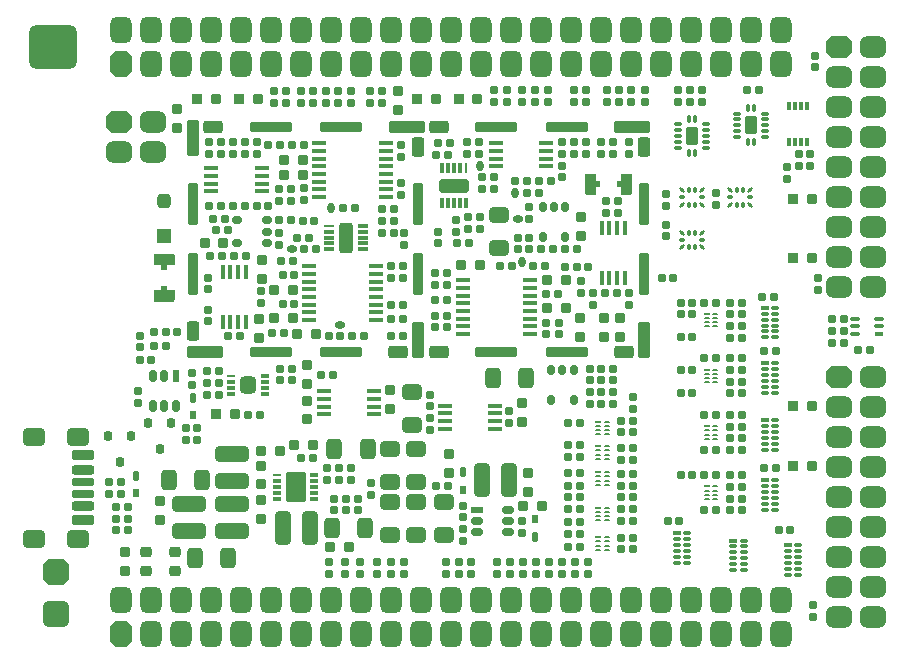
<source format=gbr>
%TF.GenerationSoftware,Altium Limited,Altium Designer,22.7.1 (60)*%
G04 Layer_Color=8388736*
%FSLAX45Y45*%
%MOMM*%
%TF.SameCoordinates,89C5C705-8D76-4DBF-8A4D-424F25D0343C*%
%TF.FilePolarity,Negative*%
%TF.FileFunction,Soldermask,Top*%
%TF.Part,Single*%
G01*
G75*
%TA.AperFunction,ComponentPad*%
G04:AMPARAMS|DCode=134|XSize=1.78mm|YSize=2.18mm|CornerRadius=0mm|HoleSize=0mm|Usage=FLASHONLY|Rotation=270.000|XOffset=0mm|YOffset=0mm|HoleType=Round|Shape=Octagon|*
%AMOCTAGOND134*
4,1,8,1.09000,0.44500,1.09000,-0.44500,0.64500,-0.89000,-0.64500,-0.89000,-1.09000,-0.44500,-1.09000,0.44500,-0.64500,0.89000,0.64500,0.89000,1.09000,0.44500,0.0*
%
%ADD134OCTAGOND134*%

G04:AMPARAMS|DCode=135|XSize=1.78mm|YSize=2.18mm|CornerRadius=0.465mm|HoleSize=0mm|Usage=FLASHONLY|Rotation=270.000|XOffset=0mm|YOffset=0mm|HoleType=Round|Shape=RoundedRectangle|*
%AMROUNDEDRECTD135*
21,1,1.78000,1.25001,0,0,270.0*
21,1,0.85000,2.18000,0,0,270.0*
1,1,0.93000,-0.62500,-0.42500*
1,1,0.93000,-0.62500,0.42500*
1,1,0.93000,0.62500,0.42500*
1,1,0.93000,0.62500,-0.42500*
%
%ADD135ROUNDEDRECTD135*%
G04:AMPARAMS|DCode=136|XSize=1.78mm|YSize=2.18mm|CornerRadius=0mm|HoleSize=0mm|Usage=FLASHONLY|Rotation=0.000|XOffset=0mm|YOffset=0mm|HoleType=Round|Shape=Octagon|*
%AMOCTAGOND136*
4,1,8,-0.44500,1.09000,0.44500,1.09000,0.89000,0.64500,0.89000,-0.64500,0.44500,-1.09000,-0.44500,-1.09000,-0.89000,-0.64500,-0.89000,0.64500,-0.44500,1.09000,0.0*
%
%ADD136OCTAGOND136*%

G04:AMPARAMS|DCode=137|XSize=1.78mm|YSize=2.18mm|CornerRadius=0.465mm|HoleSize=0mm|Usage=FLASHONLY|Rotation=0.000|XOffset=0mm|YOffset=0mm|HoleType=Round|Shape=RoundedRectangle|*
%AMROUNDEDRECTD137*
21,1,1.78000,1.25001,0,0,0.0*
21,1,0.85000,2.18000,0,0,0.0*
1,1,0.93000,0.42500,-0.62500*
1,1,0.93000,-0.42500,-0.62500*
1,1,0.93000,-0.42500,0.62500*
1,1,0.93000,0.42500,0.62500*
%
%ADD137ROUNDEDRECTD137*%
G04:AMPARAMS|DCode=138|XSize=1.88mm|YSize=1.53mm|CornerRadius=0.4025mm|HoleSize=0mm|Usage=FLASHONLY|Rotation=180.000|XOffset=0mm|YOffset=0mm|HoleType=Round|Shape=RoundedRectangle|*
%AMROUNDEDRECTD138*
21,1,1.88000,0.72500,0,0,180.0*
21,1,1.07500,1.53000,0,0,180.0*
1,1,0.80500,-0.53750,0.36250*
1,1,0.80500,0.53750,0.36250*
1,1,0.80500,0.53750,-0.36250*
1,1,0.80500,-0.53750,-0.36250*
%
%ADD138ROUNDEDRECTD138*%
G04:AMPARAMS|DCode=139|XSize=4.08mm|YSize=3.68mm|CornerRadius=0.58mm|HoleSize=0mm|Usage=FLASHONLY|Rotation=0.000|XOffset=0mm|YOffset=0mm|HoleType=Round|Shape=RoundedRectangle|*
%AMROUNDEDRECTD139*
21,1,4.08000,2.52000,0,0,0.0*
21,1,2.92000,3.68000,0,0,0.0*
1,1,1.16000,1.46000,-1.26000*
1,1,1.16000,-1.46000,-1.26000*
1,1,1.16000,-1.46000,1.26000*
1,1,1.16000,1.46000,1.26000*
%
%ADD139ROUNDEDRECTD139*%
G04:AMPARAMS|DCode=140|XSize=2.28mm|YSize=2.28mm|CornerRadius=0mm|HoleSize=0mm|Usage=FLASHONLY|Rotation=270.000|XOffset=0mm|YOffset=0mm|HoleType=Round|Shape=Octagon|*
%AMOCTAGOND140*
4,1,8,-0.57000,-1.14000,0.57000,-1.14000,1.14000,-0.57000,1.14000,0.57000,0.57000,1.14000,-0.57000,1.14000,-1.14000,0.57000,-1.14000,-0.57000,-0.57000,-1.14000,0.0*
%
%ADD140OCTAGOND140*%

G04:AMPARAMS|DCode=141|XSize=2.28mm|YSize=2.28mm|CornerRadius=0.59mm|HoleSize=0mm|Usage=FLASHONLY|Rotation=270.000|XOffset=0mm|YOffset=0mm|HoleType=Round|Shape=RoundedRectangle|*
%AMROUNDEDRECTD141*
21,1,2.28000,1.10000,0,0,270.0*
21,1,1.10000,2.28000,0,0,270.0*
1,1,1.18000,-0.55000,-0.55000*
1,1,1.18000,-0.55000,0.55000*
1,1,1.18000,0.55000,0.55000*
1,1,1.18000,0.55000,-0.55000*
%
%ADD141ROUNDEDRECTD141*%
%TA.AperFunction,SMDPad,CuDef*%
%ADD610R,0.66000X0.30000*%
G04:AMPARAMS|DCode=611|XSize=0.3mm|YSize=0.66mm|CornerRadius=0.095mm|HoleSize=0mm|Usage=FLASHONLY|Rotation=90.000|XOffset=0mm|YOffset=0mm|HoleType=Round|Shape=RoundedRectangle|*
%AMROUNDEDRECTD611*
21,1,0.30000,0.47000,0,0,90.0*
21,1,0.11000,0.66000,0,0,90.0*
1,1,0.19000,0.23500,0.05500*
1,1,0.19000,0.23500,-0.05500*
1,1,0.19000,-0.23500,-0.05500*
1,1,0.19000,-0.23500,0.05500*
%
%ADD611ROUNDEDRECTD611*%
G04:AMPARAMS|DCode=612|XSize=0.6mm|YSize=0.28mm|CornerRadius=0mm|HoleSize=0mm|Usage=FLASHONLY|Rotation=135.000|XOffset=0mm|YOffset=0mm|HoleType=Round|Shape=Round|*
%AMOVALD612*
21,1,0.32000,0.28000,0.00000,0.00000,135.0*
1,1,0.28000,0.11314,-0.11314*
1,1,0.28000,-0.11314,0.11314*
%
%ADD612OVALD612*%

%ADD613O,0.28000X0.51000*%
G04:AMPARAMS|DCode=614|XSize=0.6mm|YSize=0.28mm|CornerRadius=0mm|HoleSize=0mm|Usage=FLASHONLY|Rotation=45.000|XOffset=0mm|YOffset=0mm|HoleType=Round|Shape=Round|*
%AMOVALD614*
21,1,0.32000,0.28000,0.00000,0.00000,45.0*
1,1,0.28000,-0.11314,-0.11314*
1,1,0.28000,0.11314,0.11314*
%
%ADD614OVALD614*%

%ADD615O,0.51000X0.28000*%
G04:AMPARAMS|DCode=616|XSize=0.63mm|YSize=0.88mm|CornerRadius=0.1775mm|HoleSize=0mm|Usage=FLASHONLY|Rotation=0.000|XOffset=0mm|YOffset=0mm|HoleType=Round|Shape=RoundedRectangle|*
%AMROUNDEDRECTD616*
21,1,0.63000,0.52500,0,0,0.0*
21,1,0.27500,0.88000,0,0,0.0*
1,1,0.35500,0.13750,-0.26250*
1,1,0.35500,-0.13750,-0.26250*
1,1,0.35500,-0.13750,0.26250*
1,1,0.35500,0.13750,0.26250*
%
%ADD616ROUNDEDRECTD616*%
G04:AMPARAMS|DCode=617|XSize=0.29mm|YSize=0.73mm|CornerRadius=0.0875mm|HoleSize=0mm|Usage=FLASHONLY|Rotation=90.000|XOffset=0mm|YOffset=0mm|HoleType=Round|Shape=RoundedRectangle|*
%AMROUNDEDRECTD617*
21,1,0.29000,0.55500,0,0,90.0*
21,1,0.11500,0.73000,0,0,90.0*
1,1,0.17500,0.27750,0.05750*
1,1,0.17500,0.27750,-0.05750*
1,1,0.17500,-0.27750,-0.05750*
1,1,0.17500,-0.27750,0.05750*
%
%ADD617ROUNDEDRECTD617*%
G04:AMPARAMS|DCode=618|XSize=0.29mm|YSize=0.73mm|CornerRadius=0.0875mm|HoleSize=0mm|Usage=FLASHONLY|Rotation=0.000|XOffset=0mm|YOffset=0mm|HoleType=Round|Shape=RoundedRectangle|*
%AMROUNDEDRECTD618*
21,1,0.29000,0.55500,0,0,0.0*
21,1,0.11500,0.73000,0,0,0.0*
1,1,0.17500,0.05750,-0.27750*
1,1,0.17500,-0.05750,-0.27750*
1,1,0.17500,-0.05750,0.27750*
1,1,0.17500,0.05750,0.27750*
%
%ADD618ROUNDEDRECTD618*%
G04:AMPARAMS|DCode=619|XSize=1.06mm|YSize=1.56mm|CornerRadius=0.28mm|HoleSize=0mm|Usage=FLASHONLY|Rotation=0.000|XOffset=0mm|YOffset=0mm|HoleType=Round|Shape=RoundedRectangle|*
%AMROUNDEDRECTD619*
21,1,1.06000,1.00000,0,0,0.0*
21,1,0.50000,1.56000,0,0,0.0*
1,1,0.56000,0.25000,-0.50000*
1,1,0.56000,-0.25000,-0.50000*
1,1,0.56000,-0.25000,0.50000*
1,1,0.56000,0.25000,0.50000*
%
%ADD619ROUNDEDRECTD619*%
G04:AMPARAMS|DCode=620|XSize=0.19mm|YSize=0.49mm|CornerRadius=0.0425mm|HoleSize=0mm|Usage=FLASHONLY|Rotation=90.000|XOffset=0mm|YOffset=0mm|HoleType=Round|Shape=RoundedRectangle|*
%AMROUNDEDRECTD620*
21,1,0.19000,0.40500,0,0,90.0*
21,1,0.10500,0.49000,0,0,90.0*
1,1,0.08500,0.20250,0.05250*
1,1,0.08500,0.20250,-0.05250*
1,1,0.08500,-0.20250,-0.05250*
1,1,0.08500,-0.20250,0.05250*
%
%ADD620ROUNDEDRECTD620*%
%ADD621R,0.49000X0.19000*%
G04:AMPARAMS|DCode=622|XSize=0.29mm|YSize=0.76mm|CornerRadius=0.0875mm|HoleSize=0mm|Usage=FLASHONLY|Rotation=90.000|XOffset=0mm|YOffset=0mm|HoleType=Round|Shape=RoundedRectangle|*
%AMROUNDEDRECTD622*
21,1,0.29000,0.58500,0,0,90.0*
21,1,0.11500,0.76000,0,0,90.0*
1,1,0.17500,0.29250,0.05750*
1,1,0.17500,0.29250,-0.05750*
1,1,0.17500,-0.29250,-0.05750*
1,1,0.17500,-0.29250,0.05750*
%
%ADD622ROUNDEDRECTD622*%
G04:AMPARAMS|DCode=623|XSize=2.56mm|YSize=1.71mm|CornerRadius=0.195mm|HoleSize=0mm|Usage=FLASHONLY|Rotation=90.000|XOffset=0mm|YOffset=0mm|HoleType=Round|Shape=RoundedRectangle|*
%AMROUNDEDRECTD623*
21,1,2.56000,1.32000,0,0,90.0*
21,1,2.17000,1.71000,0,0,90.0*
1,1,0.39000,0.66000,1.08500*
1,1,0.39000,0.66000,-1.08500*
1,1,0.39000,-0.66000,-1.08500*
1,1,0.39000,-0.66000,1.08500*
%
%ADD623ROUNDEDRECTD623*%
%ADD624R,0.76000X0.29000*%
G04:AMPARAMS|DCode=625|XSize=0.41mm|YSize=1.21mm|CornerRadius=0.1175mm|HoleSize=0mm|Usage=FLASHONLY|Rotation=90.000|XOffset=0mm|YOffset=0mm|HoleType=Round|Shape=RoundedRectangle|*
%AMROUNDEDRECTD625*
21,1,0.41000,0.97500,0,0,90.0*
21,1,0.17500,1.21000,0,0,90.0*
1,1,0.23500,0.48750,0.08750*
1,1,0.23500,0.48750,-0.08750*
1,1,0.23500,-0.48750,-0.08750*
1,1,0.23500,-0.48750,0.08750*
%
%ADD625ROUNDEDRECTD625*%
%ADD626R,1.21000X0.41000*%
%ADD627R,0.98000X0.63000*%
G04:AMPARAMS|DCode=628|XSize=0.63mm|YSize=0.98mm|CornerRadius=0.1775mm|HoleSize=0mm|Usage=FLASHONLY|Rotation=90.000|XOffset=0mm|YOffset=0mm|HoleType=Round|Shape=RoundedRectangle|*
%AMROUNDEDRECTD628*
21,1,0.63000,0.62500,0,0,90.0*
21,1,0.27500,0.98000,0,0,90.0*
1,1,0.35500,0.31250,0.13750*
1,1,0.35500,0.31250,-0.13750*
1,1,0.35500,-0.31250,-0.13750*
1,1,0.35500,-0.31250,0.13750*
%
%ADD628ROUNDEDRECTD628*%
%ADD629R,0.63000X0.98000*%
G04:AMPARAMS|DCode=630|XSize=0.63mm|YSize=0.98mm|CornerRadius=0.1775mm|HoleSize=0mm|Usage=FLASHONLY|Rotation=0.000|XOffset=0mm|YOffset=0mm|HoleType=Round|Shape=RoundedRectangle|*
%AMROUNDEDRECTD630*
21,1,0.63000,0.62500,0,0,0.0*
21,1,0.27500,0.98000,0,0,0.0*
1,1,0.35500,0.13750,-0.31250*
1,1,0.35500,-0.13750,-0.31250*
1,1,0.35500,-0.13750,0.31250*
1,1,0.35500,0.13750,0.31250*
%
%ADD630ROUNDEDRECTD630*%
G04:AMPARAMS|DCode=631|XSize=1.46mm|YSize=1.36mm|CornerRadius=0.355mm|HoleSize=0mm|Usage=FLASHONLY|Rotation=90.000|XOffset=0mm|YOffset=0mm|HoleType=Round|Shape=RoundedRectangle|*
%AMROUNDEDRECTD631*
21,1,1.46000,0.65000,0,0,90.0*
21,1,0.75000,1.36000,0,0,90.0*
1,1,0.71000,0.32500,0.37500*
1,1,0.71000,0.32500,-0.37500*
1,1,0.71000,-0.32500,-0.37500*
1,1,0.71000,-0.32500,0.37500*
%
%ADD631ROUNDEDRECTD631*%
G04:AMPARAMS|DCode=632|XSize=0.41mm|YSize=0.78mm|CornerRadius=0.1225mm|HoleSize=0mm|Usage=FLASHONLY|Rotation=270.000|XOffset=0mm|YOffset=0mm|HoleType=Round|Shape=RoundedRectangle|*
%AMROUNDEDRECTD632*
21,1,0.41000,0.53500,0,0,270.0*
21,1,0.16500,0.78000,0,0,270.0*
1,1,0.24500,-0.26750,-0.08250*
1,1,0.24500,-0.26750,0.08250*
1,1,0.24500,0.26750,0.08250*
1,1,0.24500,0.26750,-0.08250*
%
%ADD632ROUNDEDRECTD632*%
%ADD633R,0.78000X0.41000*%
%ADD634R,0.30000X0.75000*%
G04:AMPARAMS|DCode=635|XSize=0.3mm|YSize=0.75mm|CornerRadius=0.0875mm|HoleSize=0mm|Usage=FLASHONLY|Rotation=0.000|XOffset=0mm|YOffset=0mm|HoleType=Round|Shape=RoundedRectangle|*
%AMROUNDEDRECTD635*
21,1,0.30000,0.57500,0,0,0.0*
21,1,0.12500,0.75000,0,0,0.0*
1,1,0.17500,0.06250,-0.28750*
1,1,0.17500,-0.06250,-0.28750*
1,1,0.17500,-0.06250,0.28750*
1,1,0.17500,0.06250,0.28750*
%
%ADD635ROUNDEDRECTD635*%
G04:AMPARAMS|DCode=636|XSize=0.63mm|YSize=0.88mm|CornerRadius=0.1775mm|HoleSize=0mm|Usage=FLASHONLY|Rotation=270.000|XOffset=0mm|YOffset=0mm|HoleType=Round|Shape=RoundedRectangle|*
%AMROUNDEDRECTD636*
21,1,0.63000,0.52500,0,0,270.0*
21,1,0.27500,0.88000,0,0,270.0*
1,1,0.35500,-0.26250,-0.13750*
1,1,0.35500,-0.26250,0.13750*
1,1,0.35500,0.26250,0.13750*
1,1,0.35500,0.26250,-0.13750*
%
%ADD636ROUNDEDRECTD636*%
G04:AMPARAMS|DCode=637|XSize=0.41mm|YSize=1.26mm|CornerRadius=0.1175mm|HoleSize=0mm|Usage=FLASHONLY|Rotation=90.000|XOffset=0mm|YOffset=0mm|HoleType=Round|Shape=RoundedRectangle|*
%AMROUNDEDRECTD637*
21,1,0.41000,1.02500,0,0,90.0*
21,1,0.17500,1.26000,0,0,90.0*
1,1,0.23500,0.51250,0.08750*
1,1,0.23500,0.51250,-0.08750*
1,1,0.23500,-0.51250,-0.08750*
1,1,0.23500,-0.51250,0.08750*
%
%ADD637ROUNDEDRECTD637*%
%ADD638R,1.26000X0.41000*%
%ADD639R,0.91000X0.29000*%
G04:AMPARAMS|DCode=640|XSize=0.29mm|YSize=0.91mm|CornerRadius=0.0875mm|HoleSize=0mm|Usage=FLASHONLY|Rotation=90.000|XOffset=0mm|YOffset=0mm|HoleType=Round|Shape=RoundedRectangle|*
%AMROUNDEDRECTD640*
21,1,0.29000,0.73500,0,0,90.0*
21,1,0.11500,0.91000,0,0,90.0*
1,1,0.17500,0.36750,0.05750*
1,1,0.17500,0.36750,-0.05750*
1,1,0.17500,-0.36750,-0.05750*
1,1,0.17500,-0.36750,0.05750*
%
%ADD640ROUNDEDRECTD640*%
G04:AMPARAMS|DCode=641|XSize=2.61mm|YSize=1.16mm|CornerRadius=0.305mm|HoleSize=0mm|Usage=FLASHONLY|Rotation=90.000|XOffset=0mm|YOffset=0mm|HoleType=Round|Shape=RoundedRectangle|*
%AMROUNDEDRECTD641*
21,1,2.61000,0.55000,0,0,90.0*
21,1,2.00000,1.16000,0,0,90.0*
1,1,0.61000,0.27500,1.00000*
1,1,0.61000,0.27500,-1.00000*
1,1,0.61000,-0.27500,-1.00000*
1,1,0.61000,-0.27500,1.00000*
%
%ADD641ROUNDEDRECTD641*%
G04:AMPARAMS|DCode=642|XSize=0.41mm|YSize=1.21mm|CornerRadius=0.1175mm|HoleSize=0mm|Usage=FLASHONLY|Rotation=180.000|XOffset=0mm|YOffset=0mm|HoleType=Round|Shape=RoundedRectangle|*
%AMROUNDEDRECTD642*
21,1,0.41000,0.97500,0,0,180.0*
21,1,0.17500,1.21000,0,0,180.0*
1,1,0.23500,-0.08750,0.48750*
1,1,0.23500,0.08750,0.48750*
1,1,0.23500,0.08750,-0.48750*
1,1,0.23500,-0.08750,-0.48750*
%
%ADD642ROUNDEDRECTD642*%
%ADD643R,0.41000X1.21000*%
%ADD644R,0.29000X0.91000*%
G04:AMPARAMS|DCode=645|XSize=0.29mm|YSize=0.91mm|CornerRadius=0.0875mm|HoleSize=0mm|Usage=FLASHONLY|Rotation=0.000|XOffset=0mm|YOffset=0mm|HoleType=Round|Shape=RoundedRectangle|*
%AMROUNDEDRECTD645*
21,1,0.29000,0.73500,0,0,0.0*
21,1,0.11500,0.91000,0,0,0.0*
1,1,0.17500,0.05750,-0.36750*
1,1,0.17500,-0.05750,-0.36750*
1,1,0.17500,-0.05750,0.36750*
1,1,0.17500,0.05750,0.36750*
%
%ADD645ROUNDEDRECTD645*%
G04:AMPARAMS|DCode=646|XSize=2.61mm|YSize=1.16mm|CornerRadius=0.305mm|HoleSize=0mm|Usage=FLASHONLY|Rotation=0.000|XOffset=0mm|YOffset=0mm|HoleType=Round|Shape=RoundedRectangle|*
%AMROUNDEDRECTD646*
21,1,2.61000,0.55000,0,0,0.0*
21,1,2.00000,1.16000,0,0,0.0*
1,1,0.61000,1.00000,-0.27500*
1,1,0.61000,-1.00000,-0.27500*
1,1,0.61000,-1.00000,0.27500*
1,1,0.61000,1.00000,0.27500*
%
%ADD646ROUNDEDRECTD646*%
%ADD647O,0.88000X0.68000*%
%ADD648O,0.68000X0.88000*%
G04:AMPARAMS|DCode=649|XSize=0.68mm|YSize=0.78mm|CornerRadius=0.19mm|HoleSize=0mm|Usage=FLASHONLY|Rotation=0.000|XOffset=0mm|YOffset=0mm|HoleType=Round|Shape=RoundedRectangle|*
%AMROUNDEDRECTD649*
21,1,0.68000,0.40000,0,0,0.0*
21,1,0.30000,0.78000,0,0,0.0*
1,1,0.38000,0.15000,-0.20000*
1,1,0.38000,-0.15000,-0.20000*
1,1,0.38000,-0.15000,0.20000*
1,1,0.38000,0.15000,0.20000*
%
%ADD649ROUNDEDRECTD649*%
G04:AMPARAMS|DCode=650|XSize=0.68mm|YSize=0.68mm|CornerRadius=0.19mm|HoleSize=0mm|Usage=FLASHONLY|Rotation=270.000|XOffset=0mm|YOffset=0mm|HoleType=Round|Shape=RoundedRectangle|*
%AMROUNDEDRECTD650*
21,1,0.68000,0.30000,0,0,270.0*
21,1,0.30000,0.68000,0,0,270.0*
1,1,0.38000,-0.15000,-0.15000*
1,1,0.38000,-0.15000,0.15000*
1,1,0.38000,0.15000,0.15000*
1,1,0.38000,0.15000,-0.15000*
%
%ADD650ROUNDEDRECTD650*%
G04:AMPARAMS|DCode=651|XSize=0.68mm|YSize=0.68mm|CornerRadius=0.19mm|HoleSize=0mm|Usage=FLASHONLY|Rotation=0.000|XOffset=0mm|YOffset=0mm|HoleType=Round|Shape=RoundedRectangle|*
%AMROUNDEDRECTD651*
21,1,0.68000,0.30000,0,0,0.0*
21,1,0.30000,0.68000,0,0,0.0*
1,1,0.38000,0.15000,-0.15000*
1,1,0.38000,-0.15000,-0.15000*
1,1,0.38000,-0.15000,0.15000*
1,1,0.38000,0.15000,0.15000*
%
%ADD651ROUNDEDRECTD651*%
%ADD652R,0.54000X1.00000*%
%ADD653O,1.78000X0.38000*%
%ADD654R,1.00000X0.54000*%
%ADD655O,0.38000X1.78000*%
G04:AMPARAMS|DCode=656|XSize=1.88mm|YSize=0.71mm|CornerRadius=0.1975mm|HoleSize=0mm|Usage=FLASHONLY|Rotation=180.000|XOffset=0mm|YOffset=0mm|HoleType=Round|Shape=RoundedRectangle|*
%AMROUNDEDRECTD656*
21,1,1.88000,0.31500,0,0,180.0*
21,1,1.48500,0.71000,0,0,180.0*
1,1,0.39500,-0.74250,0.15750*
1,1,0.39500,0.74250,0.15750*
1,1,0.39500,0.74250,-0.15750*
1,1,0.39500,-0.74250,-0.15750*
%
%ADD656ROUNDEDRECTD656*%
G04:AMPARAMS|DCode=657|XSize=1.88mm|YSize=0.8mm|CornerRadius=0.22mm|HoleSize=0mm|Usage=FLASHONLY|Rotation=180.000|XOffset=0mm|YOffset=0mm|HoleType=Round|Shape=RoundedRectangle|*
%AMROUNDEDRECTD657*
21,1,1.88000,0.36000,0,0,180.0*
21,1,1.44000,0.80000,0,0,180.0*
1,1,0.44000,-0.72000,0.18000*
1,1,0.44000,0.72000,0.18000*
1,1,0.44000,0.72000,-0.18000*
1,1,0.44000,-0.72000,-0.18000*
%
%ADD657ROUNDEDRECTD657*%
G04:AMPARAMS|DCode=658|XSize=1.88mm|YSize=0.88mm|CornerRadius=0.24mm|HoleSize=0mm|Usage=FLASHONLY|Rotation=180.000|XOffset=0mm|YOffset=0mm|HoleType=Round|Shape=RoundedRectangle|*
%AMROUNDEDRECTD658*
21,1,1.88000,0.40000,0,0,180.0*
21,1,1.40000,0.88000,0,0,180.0*
1,1,0.48000,-0.70000,0.20000*
1,1,0.48000,0.70000,0.20000*
1,1,0.48000,0.70000,-0.20000*
1,1,0.48000,-0.70000,-0.20000*
%
%ADD658ROUNDEDRECTD658*%
G04:AMPARAMS|DCode=659|XSize=3.08mm|YSize=1.08mm|CornerRadius=0.29mm|HoleSize=0mm|Usage=FLASHONLY|Rotation=90.000|XOffset=0mm|YOffset=0mm|HoleType=Round|Shape=RoundedRectangle|*
%AMROUNDEDRECTD659*
21,1,3.08000,0.50000,0,0,90.0*
21,1,2.50000,1.08000,0,0,90.0*
1,1,0.58000,0.25000,1.25000*
1,1,0.58000,0.25000,-1.25000*
1,1,0.58000,-0.25000,-1.25000*
1,1,0.58000,-0.25000,1.25000*
%
%ADD659ROUNDEDRECTD659*%
%TA.AperFunction,SMDPad,SMDef*%
G04:AMPARAMS|DCode=660|XSize=3.6mm|YSize=0.8mm|CornerRadius=0.15mm|HoleSize=0mm|Usage=FLASHONLY|Rotation=90.000|XOffset=0mm|YOffset=0mm|HoleType=Round|Shape=RoundedRectangle|*
%AMROUNDEDRECTD660*
21,1,3.60000,0.50000,0,0,90.0*
21,1,3.30000,0.80000,0,0,90.0*
1,1,0.30000,0.25000,1.65000*
1,1,0.30000,0.25000,-1.65000*
1,1,0.30000,-0.25000,-1.65000*
1,1,0.30000,-0.25000,1.65000*
%
%ADD660ROUNDEDRECTD660*%
%TA.AperFunction,SMDPad,CuDef*%
G04:AMPARAMS|DCode=661|XSize=1.68mm|YSize=1.08mm|CornerRadius=0.29mm|HoleSize=0mm|Usage=FLASHONLY|Rotation=180.000|XOffset=0mm|YOffset=0mm|HoleType=Round|Shape=RoundedRectangle|*
%AMROUNDEDRECTD661*
21,1,1.68000,0.50000,0,0,180.0*
21,1,1.10000,1.08000,0,0,180.0*
1,1,0.58000,-0.55000,0.25000*
1,1,0.58000,0.55000,0.25000*
1,1,0.58000,0.55000,-0.25000*
1,1,0.58000,-0.55000,-0.25000*
%
%ADD661ROUNDEDRECTD661*%
G04:AMPARAMS|DCode=662|XSize=3.08mm|YSize=1.08mm|CornerRadius=0.29mm|HoleSize=0mm|Usage=FLASHONLY|Rotation=0.000|XOffset=0mm|YOffset=0mm|HoleType=Round|Shape=RoundedRectangle|*
%AMROUNDEDRECTD662*
21,1,3.08000,0.50000,0,0,0.0*
21,1,2.50000,1.08000,0,0,0.0*
1,1,0.58000,1.25000,-0.25000*
1,1,0.58000,-1.25000,-0.25000*
1,1,0.58000,-1.25000,0.25000*
1,1,0.58000,1.25000,0.25000*
%
%ADD662ROUNDEDRECTD662*%
%TA.AperFunction,SMDPad,SMDef*%
G04:AMPARAMS|DCode=663|XSize=3.596mm|YSize=0.796mm|CornerRadius=0.148mm|HoleSize=0mm|Usage=FLASHONLY|Rotation=0.000|XOffset=0mm|YOffset=0mm|HoleType=Round|Shape=RoundedRectangle|*
%AMROUNDEDRECTD663*
21,1,3.59600,0.50000,0,0,0.0*
21,1,3.30000,0.79600,0,0,0.0*
1,1,0.29600,1.65000,-0.25000*
1,1,0.29600,-1.65000,-0.25000*
1,1,0.29600,-1.65000,0.25000*
1,1,0.29600,1.65000,0.25000*
%
%ADD663ROUNDEDRECTD663*%
G04:AMPARAMS|DCode=664|XSize=3.6mm|YSize=0.8mm|CornerRadius=0.15mm|HoleSize=0mm|Usage=FLASHONLY|Rotation=0.000|XOffset=0mm|YOffset=0mm|HoleType=Round|Shape=RoundedRectangle|*
%AMROUNDEDRECTD664*
21,1,3.60000,0.50000,0,0,0.0*
21,1,3.30000,0.80000,0,0,0.0*
1,1,0.30000,1.65000,-0.25000*
1,1,0.30000,-1.65000,-0.25000*
1,1,0.30000,-1.65000,0.25000*
1,1,0.30000,1.65000,0.25000*
%
%ADD664ROUNDEDRECTD664*%
%TA.AperFunction,SMDPad,CuDef*%
G04:AMPARAMS|DCode=665|XSize=1.68mm|YSize=1.08mm|CornerRadius=0.29mm|HoleSize=0mm|Usage=FLASHONLY|Rotation=90.000|XOffset=0mm|YOffset=0mm|HoleType=Round|Shape=RoundedRectangle|*
%AMROUNDEDRECTD665*
21,1,1.68000,0.50000,0,0,90.0*
21,1,1.10000,1.08000,0,0,90.0*
1,1,0.58000,0.25000,0.55000*
1,1,0.58000,0.25000,-0.55000*
1,1,0.58000,-0.25000,-0.55000*
1,1,0.58000,-0.25000,0.55000*
%
%ADD665ROUNDEDRECTD665*%
G04:AMPARAMS|DCode=666|XSize=2.88mm|YSize=1.38mm|CornerRadius=0.365mm|HoleSize=0mm|Usage=FLASHONLY|Rotation=90.000|XOffset=0mm|YOffset=0mm|HoleType=Round|Shape=RoundedRectangle|*
%AMROUNDEDRECTD666*
21,1,2.88000,0.65000,0,0,90.0*
21,1,2.15000,1.38000,0,0,90.0*
1,1,0.73000,0.32500,1.07500*
1,1,0.73000,0.32500,-1.07500*
1,1,0.73000,-0.32500,-1.07500*
1,1,0.73000,-0.32500,1.07500*
%
%ADD666ROUNDEDRECTD666*%
G04:AMPARAMS|DCode=667|XSize=2.88mm|YSize=1.38mm|CornerRadius=0.365mm|HoleSize=0mm|Usage=FLASHONLY|Rotation=0.000|XOffset=0mm|YOffset=0mm|HoleType=Round|Shape=RoundedRectangle|*
%AMROUNDEDRECTD667*
21,1,2.88000,0.65000,0,0,0.0*
21,1,2.15000,1.38000,0,0,0.0*
1,1,0.73000,1.07500,-0.32500*
1,1,0.73000,-1.07500,-0.32500*
1,1,0.73000,-1.07500,0.32500*
1,1,0.73000,1.07500,0.32500*
%
%ADD667ROUNDEDRECTD667*%
G04:AMPARAMS|DCode=668|XSize=0.98mm|YSize=0.88mm|CornerRadius=0.24mm|HoleSize=0mm|Usage=FLASHONLY|Rotation=0.000|XOffset=0mm|YOffset=0mm|HoleType=Round|Shape=RoundedRectangle|*
%AMROUNDEDRECTD668*
21,1,0.98000,0.40000,0,0,0.0*
21,1,0.50000,0.88000,0,0,0.0*
1,1,0.48000,0.25000,-0.20000*
1,1,0.48000,-0.25000,-0.20000*
1,1,0.48000,-0.25000,0.20000*
1,1,0.48000,0.25000,0.20000*
%
%ADD668ROUNDEDRECTD668*%
G04:AMPARAMS|DCode=669|XSize=0.88mm|YSize=0.88mm|CornerRadius=0.24mm|HoleSize=0mm|Usage=FLASHONLY|Rotation=90.000|XOffset=0mm|YOffset=0mm|HoleType=Round|Shape=RoundedRectangle|*
%AMROUNDEDRECTD669*
21,1,0.88000,0.40000,0,0,90.0*
21,1,0.40000,0.88000,0,0,90.0*
1,1,0.48000,0.20000,0.20000*
1,1,0.48000,0.20000,-0.20000*
1,1,0.48000,-0.20000,-0.20000*
1,1,0.48000,-0.20000,0.20000*
%
%ADD669ROUNDEDRECTD669*%
%ADD670R,0.88000X0.88000*%
G04:AMPARAMS|DCode=671|XSize=0.58mm|YSize=0.78mm|CornerRadius=0.165mm|HoleSize=0mm|Usage=FLASHONLY|Rotation=180.000|XOffset=0mm|YOffset=0mm|HoleType=Round|Shape=RoundedRectangle|*
%AMROUNDEDRECTD671*
21,1,0.58000,0.45000,0,0,180.0*
21,1,0.25000,0.78000,0,0,180.0*
1,1,0.33000,-0.12500,0.22500*
1,1,0.33000,0.12500,0.22500*
1,1,0.33000,0.12500,-0.22500*
1,1,0.33000,-0.12500,-0.22500*
%
%ADD671ROUNDEDRECTD671*%
%ADD672R,0.58000X0.78000*%
G04:AMPARAMS|DCode=673|XSize=1.18mm|YSize=1.18mm|CornerRadius=0.315mm|HoleSize=0mm|Usage=FLASHONLY|Rotation=180.000|XOffset=0mm|YOffset=0mm|HoleType=Round|Shape=RoundedRectangle|*
%AMROUNDEDRECTD673*
21,1,1.18000,0.55000,0,0,180.0*
21,1,0.55000,1.18000,0,0,180.0*
1,1,0.63000,-0.27500,0.27500*
1,1,0.63000,0.27500,0.27500*
1,1,0.63000,0.27500,-0.27500*
1,1,0.63000,-0.27500,-0.27500*
%
%ADD673ROUNDEDRECTD673*%
%ADD674R,1.18000X1.18000*%
G04:AMPARAMS|DCode=675|XSize=0.88mm|YSize=0.88mm|CornerRadius=0.24mm|HoleSize=0mm|Usage=FLASHONLY|Rotation=180.000|XOffset=0mm|YOffset=0mm|HoleType=Round|Shape=RoundedRectangle|*
%AMROUNDEDRECTD675*
21,1,0.88000,0.40000,0,0,180.0*
21,1,0.40000,0.88000,0,0,180.0*
1,1,0.48000,-0.20000,0.20000*
1,1,0.48000,0.20000,0.20000*
1,1,0.48000,0.20000,-0.20000*
1,1,0.48000,-0.20000,-0.20000*
%
%ADD675ROUNDEDRECTD675*%
G04:AMPARAMS|DCode=676|XSize=1.73mm|YSize=1.33mm|CornerRadius=0.3525mm|HoleSize=0mm|Usage=FLASHONLY|Rotation=0.000|XOffset=0mm|YOffset=0mm|HoleType=Round|Shape=RoundedRectangle|*
%AMROUNDEDRECTD676*
21,1,1.73000,0.62500,0,0,0.0*
21,1,1.02500,1.33000,0,0,0.0*
1,1,0.70500,0.51250,-0.31250*
1,1,0.70500,-0.51250,-0.31250*
1,1,0.70500,-0.51250,0.31250*
1,1,0.70500,0.51250,0.31250*
%
%ADD676ROUNDEDRECTD676*%
G04:AMPARAMS|DCode=677|XSize=1.73mm|YSize=1.33mm|CornerRadius=0.3525mm|HoleSize=0mm|Usage=FLASHONLY|Rotation=270.000|XOffset=0mm|YOffset=0mm|HoleType=Round|Shape=RoundedRectangle|*
%AMROUNDEDRECTD677*
21,1,1.73000,0.62500,0,0,270.0*
21,1,1.02500,1.33000,0,0,270.0*
1,1,0.70500,-0.31250,-0.51250*
1,1,0.70500,-0.31250,0.51250*
1,1,0.70500,0.31250,0.51250*
1,1,0.70500,0.31250,-0.51250*
%
%ADD677ROUNDEDRECTD677*%
G36*
X2485784Y3083942D02*
X2486538Y3083713D01*
X2487233Y3083342D01*
X2487842Y3082842D01*
X2488342Y3082233D01*
X2488713Y3081538D01*
X2488942Y3080784D01*
X2489019Y3080000D01*
Y3005000D01*
X2488942Y3004216D01*
X2488713Y3003462D01*
X2488342Y3002767D01*
X2487842Y3002158D01*
X2487233Y3001658D01*
X2486538Y3001287D01*
X2485784Y3001058D01*
X2485000Y3000981D01*
X2315000D01*
X2314216Y3001058D01*
X2313462Y3001287D01*
X2312767Y3001658D01*
X2312158Y3002158D01*
X2311658Y3002767D01*
X2311287Y3003462D01*
X2311058Y3004216D01*
X2310981Y3005000D01*
Y3080000D01*
X2311058Y3080784D01*
X2311287Y3081538D01*
X2311658Y3082233D01*
X2312158Y3082842D01*
X2312767Y3083342D01*
X2313462Y3083713D01*
X2314216Y3083942D01*
X2315000Y3084019D01*
X2372511D01*
X2373295Y3083942D01*
X2374049Y3083713D01*
X2374744Y3083342D01*
X2375353Y3082842D01*
X2375853Y3082233D01*
X2376224Y3081538D01*
X2376453Y3080784D01*
X2376530Y3080000D01*
Y3024006D01*
X2423527D01*
Y3080000D01*
X2423604Y3080784D01*
X2423833Y3081538D01*
X2424204Y3082233D01*
X2424704Y3082842D01*
X2425313Y3083342D01*
X2426008Y3083713D01*
X2426762Y3083942D01*
X2427546Y3084019D01*
X2485000D01*
X2485784Y3083942D01*
D02*
G37*
G36*
Y3378942D02*
X2486538Y3378713D01*
X2487233Y3378342D01*
X2487842Y3377842D01*
X2488342Y3377233D01*
X2488713Y3376538D01*
X2488942Y3375784D01*
X2489019Y3375000D01*
Y3300000D01*
X2488942Y3299216D01*
X2488713Y3298462D01*
X2488342Y3297767D01*
X2487842Y3297158D01*
X2487233Y3296658D01*
X2486538Y3296287D01*
X2485784Y3296058D01*
X2485000Y3295981D01*
X2427505Y3295981D01*
X2426721Y3296058D01*
X2425967Y3296287D01*
X2425272Y3296659D01*
X2424663Y3297159D01*
X2424163Y3297768D01*
X2423792Y3298462D01*
X2423563Y3299216D01*
X2423486Y3300001D01*
X2423485Y3355986D01*
X2376522Y3355986D01*
X2376522Y3300000D01*
X2376445Y3299216D01*
X2376216Y3298462D01*
X2375845Y3297767D01*
X2375345Y3297158D01*
X2374736Y3296658D01*
X2374041Y3296287D01*
X2373287Y3296058D01*
X2372503Y3295981D01*
X2315000Y3295981D01*
X2314216Y3296058D01*
X2313462Y3296287D01*
X2312767Y3296658D01*
X2312158Y3297158D01*
X2311658Y3297767D01*
X2311287Y3298462D01*
X2311058Y3299216D01*
X2310981Y3300000D01*
Y3375000D01*
X2311058Y3375784D01*
X2311287Y3376538D01*
X2311658Y3377233D01*
X2312158Y3377842D01*
X2312767Y3378342D01*
X2313462Y3378713D01*
X2314216Y3378942D01*
X2315000Y3379019D01*
X2485000D01*
X2485784Y3378942D01*
D02*
G37*
G36*
X6050784Y4068942D02*
X6051538Y4068713D01*
X6052233Y4068342D01*
X6052842Y4067842D01*
X6053342Y4067233D01*
X6053713Y4066538D01*
X6053942Y4065784D01*
X6054019Y4065000D01*
X6054019Y4007505D01*
X6053942Y4006721D01*
X6053713Y4005967D01*
X6053341Y4005272D01*
X6052842Y4004663D01*
X6052232Y4004163D01*
X6051538Y4003792D01*
X6050784Y4003563D01*
X6050000Y4003486D01*
X5994014Y4003485D01*
X5994014Y3956522D01*
X6050000Y3956522D01*
X6050784Y3956445D01*
X6051538Y3956216D01*
X6052233Y3955845D01*
X6052842Y3955345D01*
X6053342Y3954736D01*
X6053713Y3954041D01*
X6053942Y3953287D01*
X6054019Y3952503D01*
X6054019Y3895000D01*
X6053942Y3894216D01*
X6053713Y3893462D01*
X6053342Y3892767D01*
X6052842Y3892158D01*
X6052233Y3891658D01*
X6051538Y3891287D01*
X6050784Y3891058D01*
X6050000Y3890981D01*
X5975000D01*
X5974216Y3891058D01*
X5973462Y3891287D01*
X5972767Y3891658D01*
X5972158Y3892158D01*
X5971658Y3892767D01*
X5971287Y3893462D01*
X5971058Y3894216D01*
X5970981Y3895000D01*
Y4065000D01*
X5971058Y4065784D01*
X5971287Y4066538D01*
X5971658Y4067233D01*
X5972158Y4067842D01*
X5972767Y4068342D01*
X5973462Y4068713D01*
X5974216Y4068942D01*
X5975000Y4069019D01*
X6050000D01*
X6050784Y4068942D01*
D02*
G37*
G36*
X6345784D02*
X6346538Y4068713D01*
X6347233Y4068342D01*
X6347842Y4067842D01*
X6348342Y4067233D01*
X6348713Y4066538D01*
X6348942Y4065784D01*
X6349019Y4065000D01*
Y3895000D01*
X6348942Y3894216D01*
X6348713Y3893462D01*
X6348342Y3892767D01*
X6347842Y3892158D01*
X6347233Y3891658D01*
X6346538Y3891287D01*
X6345784Y3891058D01*
X6345000Y3890981D01*
X6270000D01*
X6269216Y3891058D01*
X6268462Y3891287D01*
X6267767Y3891658D01*
X6267158Y3892158D01*
X6266658Y3892767D01*
X6266287Y3893462D01*
X6266058Y3894216D01*
X6265981Y3895000D01*
Y3952511D01*
X6266058Y3953295D01*
X6266287Y3954049D01*
X6266658Y3954744D01*
X6267158Y3955353D01*
X6267767Y3955853D01*
X6268462Y3956224D01*
X6269216Y3956453D01*
X6270000Y3956530D01*
X6325994D01*
Y4003526D01*
X6270000D01*
X6269216Y4003604D01*
X6268462Y4003832D01*
X6267767Y4004204D01*
X6267158Y4004704D01*
X6266658Y4005313D01*
X6266287Y4006007D01*
X6266058Y4006762D01*
X6265981Y4007546D01*
Y4065000D01*
X6266058Y4065784D01*
X6266287Y4066538D01*
X6266658Y4067233D01*
X6267158Y4067842D01*
X6267767Y4068342D01*
X6268462Y4068713D01*
X6269216Y4068942D01*
X6270000Y4069019D01*
X6345000D01*
X6345784Y4068942D01*
D02*
G37*
D134*
X8108000Y2349500D02*
D03*
Y5143500D02*
D03*
X2012000Y4512400D02*
D03*
D135*
X8108000Y2095500D02*
D03*
Y1841500D02*
D03*
Y1587500D02*
D03*
Y1333500D02*
D03*
Y1079500D02*
D03*
Y825500D02*
D03*
X8402000Y2349500D02*
D03*
Y2095500D02*
D03*
Y1841500D02*
D03*
Y1587500D02*
D03*
Y1333500D02*
D03*
Y1079500D02*
D03*
Y825500D02*
D03*
X8108000Y571500D02*
D03*
Y317500D02*
D03*
X8402000Y571500D02*
D03*
Y317500D02*
D03*
X8108000Y4889500D02*
D03*
Y4635500D02*
D03*
Y4381500D02*
D03*
Y4127500D02*
D03*
Y3873500D02*
D03*
Y3619500D02*
D03*
X8402000Y5143500D02*
D03*
Y4889500D02*
D03*
Y4635500D02*
D03*
Y4381500D02*
D03*
Y4127500D02*
D03*
Y3873500D02*
D03*
Y3619500D02*
D03*
X8108000Y3365500D02*
D03*
Y3111500D02*
D03*
X8402000Y3365500D02*
D03*
Y3111500D02*
D03*
X2306000Y4512400D02*
D03*
Y4258400D02*
D03*
X2012000D02*
D03*
D136*
X2032000Y170500D02*
D03*
Y4996500D02*
D03*
D137*
X2286000Y170500D02*
D03*
X2540000D02*
D03*
X2794000D02*
D03*
X3048000D02*
D03*
X3302000D02*
D03*
X3556000D02*
D03*
X3810000D02*
D03*
X4064000D02*
D03*
X4318000D02*
D03*
X4572000D02*
D03*
X4826000D02*
D03*
X5080000D02*
D03*
X5334000D02*
D03*
X5588000D02*
D03*
X5842000D02*
D03*
X6096000D02*
D03*
X6350000D02*
D03*
X6604000D02*
D03*
X6858000D02*
D03*
X7112000D02*
D03*
X7366000D02*
D03*
X7620000D02*
D03*
X2032000Y464500D02*
D03*
X2286000D02*
D03*
X2540000D02*
D03*
X2794000D02*
D03*
X3048000D02*
D03*
X3302000D02*
D03*
X3556000D02*
D03*
X3810000D02*
D03*
X4064000D02*
D03*
X4318000D02*
D03*
X4572000D02*
D03*
X4826000D02*
D03*
X5080000D02*
D03*
X5334000D02*
D03*
X5588000D02*
D03*
X5842000D02*
D03*
X6096000D02*
D03*
X6350000D02*
D03*
X6604000D02*
D03*
X6858000D02*
D03*
X7112000D02*
D03*
X7366000D02*
D03*
X7620000D02*
D03*
X2286000Y4996500D02*
D03*
X2540000D02*
D03*
X2794000D02*
D03*
X3048000D02*
D03*
X3302000D02*
D03*
X3556000D02*
D03*
X3810000D02*
D03*
X4064000D02*
D03*
X4318000D02*
D03*
X4572000D02*
D03*
X4826000D02*
D03*
X5080000D02*
D03*
X5334000D02*
D03*
X5588000D02*
D03*
X5842000D02*
D03*
X6096000D02*
D03*
X6350000D02*
D03*
X6604000D02*
D03*
X6858000D02*
D03*
X7112000D02*
D03*
X7366000D02*
D03*
X7620000D02*
D03*
X2032000Y5290500D02*
D03*
X2286000D02*
D03*
X2540000D02*
D03*
X2794000D02*
D03*
X3048000D02*
D03*
X3302000D02*
D03*
X3556000D02*
D03*
X3810000D02*
D03*
X4064000D02*
D03*
X4318000D02*
D03*
X4572000D02*
D03*
X4826000D02*
D03*
X5080000D02*
D03*
X5334000D02*
D03*
X5588000D02*
D03*
X5842000D02*
D03*
X6096000D02*
D03*
X6350000D02*
D03*
X6604000D02*
D03*
X6858000D02*
D03*
X7112000D02*
D03*
X7366000D02*
D03*
X7620000D02*
D03*
D138*
X1672000Y978000D02*
D03*
X1292000D02*
D03*
X1672000Y1842000D02*
D03*
X1292000D02*
D03*
D139*
X1460500Y5143500D02*
D03*
D140*
X1480000Y695000D02*
D03*
D141*
Y345000D02*
D03*
D610*
X7677000Y925000D02*
D03*
X7487000Y1985000D02*
D03*
X7217000Y965000D02*
D03*
X7487000Y2465000D02*
D03*
X6737000Y1025000D02*
D03*
X7487000Y2935000D02*
D03*
X7487000Y1475000D02*
D03*
D611*
X7677000Y875000D02*
D03*
Y825000D02*
D03*
Y775000D02*
D03*
Y725000D02*
D03*
Y675000D02*
D03*
X7763000Y925000D02*
D03*
Y875000D02*
D03*
Y825000D02*
D03*
Y775000D02*
D03*
Y725000D02*
D03*
Y675000D02*
D03*
X7487000Y1935000D02*
D03*
Y1885000D02*
D03*
Y1835000D02*
D03*
Y1785000D02*
D03*
Y1735000D02*
D03*
X7573000Y1985000D02*
D03*
Y1935000D02*
D03*
Y1885000D02*
D03*
Y1835000D02*
D03*
Y1785000D02*
D03*
Y1735000D02*
D03*
X7217000Y915000D02*
D03*
Y865000D02*
D03*
Y815000D02*
D03*
Y765000D02*
D03*
Y715000D02*
D03*
X7303000Y965000D02*
D03*
Y915000D02*
D03*
Y865000D02*
D03*
Y815000D02*
D03*
Y765000D02*
D03*
Y715000D02*
D03*
X7487000Y2415000D02*
D03*
Y2365000D02*
D03*
Y2315000D02*
D03*
Y2265000D02*
D03*
Y2215000D02*
D03*
X7573000Y2465000D02*
D03*
Y2415000D02*
D03*
Y2365000D02*
D03*
Y2315000D02*
D03*
Y2265000D02*
D03*
Y2215000D02*
D03*
X6737000Y975000D02*
D03*
Y925000D02*
D03*
Y875000D02*
D03*
Y825000D02*
D03*
Y775000D02*
D03*
X6823000Y1025000D02*
D03*
Y975000D02*
D03*
Y925000D02*
D03*
Y875000D02*
D03*
Y825000D02*
D03*
Y775000D02*
D03*
X7487000Y2885000D02*
D03*
Y2835000D02*
D03*
Y2785000D02*
D03*
Y2735000D02*
D03*
Y2685000D02*
D03*
X7573000Y2935000D02*
D03*
Y2885000D02*
D03*
Y2835000D02*
D03*
Y2785000D02*
D03*
Y2735000D02*
D03*
Y2685000D02*
D03*
X7487000Y1425000D02*
D03*
Y1375000D02*
D03*
Y1325000D02*
D03*
Y1275000D02*
D03*
Y1225000D02*
D03*
X7573000Y1475000D02*
D03*
Y1425000D02*
D03*
Y1375000D02*
D03*
Y1325000D02*
D03*
Y1275000D02*
D03*
Y1225000D02*
D03*
D612*
X6784747Y3930254D02*
D03*
X6955253Y3809747D02*
D03*
X7184747Y3930253D02*
D03*
X7355253Y3809747D02*
D03*
X6784747Y3570253D02*
D03*
X6955253Y3449747D02*
D03*
D613*
X6845000Y3930001D02*
D03*
X6895000D02*
D03*
X6845000Y3810001D02*
D03*
X6895000D02*
D03*
X7245000Y3930000D02*
D03*
X7295000D02*
D03*
X7245000Y3810000D02*
D03*
X7295000D02*
D03*
X6845000Y3570000D02*
D03*
X6895000D02*
D03*
X6845000Y3450000D02*
D03*
X6895000D02*
D03*
D614*
X6955253Y3930254D02*
D03*
X6784747Y3809747D02*
D03*
X7355253Y3930253D02*
D03*
X7184747Y3809747D02*
D03*
X6955253Y3570253D02*
D03*
X6784747Y3449747D02*
D03*
D615*
X6785000Y3870000D02*
D03*
X6955000D02*
D03*
X7185000Y3870000D02*
D03*
X7355000D02*
D03*
X6785000Y3510000D02*
D03*
X6955000D02*
D03*
D616*
X5795000Y3787500D02*
D03*
X5700000D02*
D03*
X5605000D02*
D03*
Y3532500D02*
D03*
X5795000D02*
D03*
X5865000Y2407500D02*
D03*
X5770000D02*
D03*
X5675000D02*
D03*
Y2152500D02*
D03*
X5865000D02*
D03*
D617*
X6752000Y4490000D02*
D03*
Y4290000D02*
D03*
Y4440000D02*
D03*
Y4390000D02*
D03*
Y4340000D02*
D03*
X6988000Y4290000D02*
D03*
Y4340000D02*
D03*
Y4390000D02*
D03*
Y4440000D02*
D03*
Y4490000D02*
D03*
X7246998Y4580001D02*
D03*
Y4380001D02*
D03*
Y4530001D02*
D03*
Y4480001D02*
D03*
Y4430001D02*
D03*
X7482998Y4380001D02*
D03*
Y4430001D02*
D03*
Y4480001D02*
D03*
Y4530001D02*
D03*
Y4580001D02*
D03*
D618*
X6845000Y4247000D02*
D03*
X6895000D02*
D03*
Y4533000D02*
D03*
X6845000D02*
D03*
X7339998Y4337001D02*
D03*
X7389998D02*
D03*
Y4623001D02*
D03*
X7339998D02*
D03*
D619*
X6870000Y4390000D02*
D03*
X7364998Y4480001D02*
D03*
D620*
X6145000Y992500D02*
D03*
Y957500D02*
D03*
Y922500D02*
D03*
Y887500D02*
D03*
X6075000D02*
D03*
Y922500D02*
D03*
Y957500D02*
D03*
X6145000Y1762500D02*
D03*
Y1727500D02*
D03*
Y1692500D02*
D03*
Y1657500D02*
D03*
X6075000D02*
D03*
Y1692500D02*
D03*
Y1727500D02*
D03*
X6145000Y1972500D02*
D03*
Y1937500D02*
D03*
Y1902500D02*
D03*
Y1867500D02*
D03*
X6075000D02*
D03*
Y1902500D02*
D03*
Y1937500D02*
D03*
X6145000Y1242500D02*
D03*
Y1207500D02*
D03*
Y1172500D02*
D03*
Y1137500D02*
D03*
X6075000D02*
D03*
Y1172500D02*
D03*
Y1207500D02*
D03*
X7064999Y1422500D02*
D03*
Y1387500D02*
D03*
Y1352500D02*
D03*
Y1317500D02*
D03*
X6994999D02*
D03*
Y1352500D02*
D03*
Y1387500D02*
D03*
X6145000Y1542500D02*
D03*
Y1507500D02*
D03*
Y1472500D02*
D03*
Y1437500D02*
D03*
X6075000D02*
D03*
Y1472500D02*
D03*
Y1507500D02*
D03*
X7064999Y1932500D02*
D03*
Y1897500D02*
D03*
Y1862500D02*
D03*
Y1827500D02*
D03*
X6994999D02*
D03*
Y1862500D02*
D03*
Y1897500D02*
D03*
X7065000Y2412500D02*
D03*
Y2377500D02*
D03*
Y2342500D02*
D03*
Y2307500D02*
D03*
X6995000D02*
D03*
Y2342500D02*
D03*
Y2377500D02*
D03*
X7065000Y2882500D02*
D03*
Y2847500D02*
D03*
Y2812500D02*
D03*
Y2777500D02*
D03*
X6995000D02*
D03*
Y2812500D02*
D03*
Y2847500D02*
D03*
D621*
X6075000Y992500D02*
D03*
Y1762500D02*
D03*
Y1972500D02*
D03*
Y1242500D02*
D03*
X6994999Y1422500D02*
D03*
X6075000Y1542500D02*
D03*
X6994999Y1932500D02*
D03*
X6995000Y2412500D02*
D03*
Y2882500D02*
D03*
D622*
X3665000Y1320000D02*
D03*
Y1370000D02*
D03*
Y1420000D02*
D03*
Y1470000D02*
D03*
Y1520000D02*
D03*
X3355000Y1320000D02*
D03*
Y1370000D02*
D03*
Y1420000D02*
D03*
Y1470000D02*
D03*
X3254999Y2205000D02*
D03*
Y2255000D02*
D03*
Y2305000D02*
D03*
Y2355000D02*
D03*
X2964999Y2205000D02*
D03*
Y2255000D02*
D03*
Y2305000D02*
D03*
D623*
X3510000Y1420000D02*
D03*
D624*
X3355000Y1520000D02*
D03*
X2964999Y2355000D02*
D03*
D625*
X4172500Y2032500D02*
D03*
Y2097500D02*
D03*
Y2162500D02*
D03*
Y2227500D02*
D03*
X3747500Y2032500D02*
D03*
Y2097500D02*
D03*
Y2162500D02*
D03*
X5202500Y1912500D02*
D03*
Y1977500D02*
D03*
Y2042500D02*
D03*
Y2107500D02*
D03*
X4777500Y1912500D02*
D03*
Y1977500D02*
D03*
Y2042500D02*
D03*
X2797500Y4117500D02*
D03*
Y4052500D02*
D03*
Y3987500D02*
D03*
Y3922500D02*
D03*
X3222500Y4117500D02*
D03*
Y4052500D02*
D03*
Y3987500D02*
D03*
X5207500Y4327500D02*
D03*
Y4262500D02*
D03*
Y4197500D02*
D03*
Y4132500D02*
D03*
X5632500Y4327500D02*
D03*
Y4262500D02*
D03*
Y4197500D02*
D03*
D626*
X3747500Y2227500D02*
D03*
X4777500Y2107500D02*
D03*
X3222500Y3922500D02*
D03*
X5632500Y4132500D02*
D03*
D627*
X5050000Y1225000D02*
D03*
D628*
Y1130000D02*
D03*
Y1035000D02*
D03*
X5310000D02*
D03*
Y1130000D02*
D03*
Y1225000D02*
D03*
D629*
X2495000Y2360000D02*
D03*
D630*
X2400000D02*
D03*
X2305000D02*
D03*
Y2100000D02*
D03*
X2400000D02*
D03*
X2495000D02*
D03*
D631*
X3109999Y2280000D02*
D03*
D632*
X8250265Y2714551D02*
D03*
Y2779551D02*
D03*
Y2844551D02*
D03*
X8450266D02*
D03*
Y2779551D02*
D03*
D633*
Y2714551D02*
D03*
D634*
X7839999Y4640000D02*
D03*
D635*
X7789999D02*
D03*
X7739999D02*
D03*
X7689999D02*
D03*
X7839999Y4340000D02*
D03*
X7789999D02*
D03*
X7739999D02*
D03*
X7689999D02*
D03*
D636*
X3267500Y3485000D02*
D03*
Y3580000D02*
D03*
Y3675000D02*
D03*
X3012500D02*
D03*
Y3485000D02*
D03*
D637*
X4195000Y2832500D02*
D03*
Y2897500D02*
D03*
Y2962500D02*
D03*
Y3027500D02*
D03*
Y3092500D02*
D03*
Y3157500D02*
D03*
Y3222500D02*
D03*
Y3287500D02*
D03*
X3625000Y2832500D02*
D03*
Y2897500D02*
D03*
Y2962500D02*
D03*
Y3027500D02*
D03*
Y3092500D02*
D03*
Y3157500D02*
D03*
Y3222500D02*
D03*
X4275000Y3872500D02*
D03*
Y3937500D02*
D03*
Y4002500D02*
D03*
Y4067500D02*
D03*
Y4132500D02*
D03*
Y4197500D02*
D03*
Y4262500D02*
D03*
Y4327500D02*
D03*
X3705000Y3872500D02*
D03*
Y3937500D02*
D03*
Y4002500D02*
D03*
Y4067500D02*
D03*
Y4132500D02*
D03*
Y4197500D02*
D03*
Y4262500D02*
D03*
X4925000Y3167500D02*
D03*
Y3102500D02*
D03*
Y3037500D02*
D03*
Y2972500D02*
D03*
Y2907500D02*
D03*
Y2842500D02*
D03*
Y2777500D02*
D03*
Y2712500D02*
D03*
X5495000Y3167500D02*
D03*
Y3102500D02*
D03*
Y3037500D02*
D03*
Y2972500D02*
D03*
Y2907500D02*
D03*
Y2842500D02*
D03*
Y2777500D02*
D03*
D638*
X3625000Y3287500D02*
D03*
X3705000Y4327500D02*
D03*
X5495000Y2712500D02*
D03*
D639*
X3795000Y3630000D02*
D03*
D640*
Y3580000D02*
D03*
Y3530000D02*
D03*
Y3480000D02*
D03*
Y3430000D02*
D03*
X4085000Y3630000D02*
D03*
Y3580000D02*
D03*
Y3530000D02*
D03*
Y3480000D02*
D03*
Y3430000D02*
D03*
D641*
X3940000Y3530000D02*
D03*
D642*
X3087500Y3242500D02*
D03*
X3022500D02*
D03*
X2957500D02*
D03*
X2892500D02*
D03*
X3087500Y2817500D02*
D03*
X3022500D02*
D03*
X2957500D02*
D03*
X6102500Y3187500D02*
D03*
X6167500D02*
D03*
X6232500D02*
D03*
X6297500D02*
D03*
X6102500Y3612500D02*
D03*
X6167500D02*
D03*
X6232500D02*
D03*
D643*
X2892500Y2817500D02*
D03*
X6297500Y3612500D02*
D03*
D644*
X4950000Y4115000D02*
D03*
D645*
X4900000D02*
D03*
X4850000D02*
D03*
X4800000D02*
D03*
X4750000D02*
D03*
X4950000Y3825000D02*
D03*
X4900000D02*
D03*
X4850000D02*
D03*
X4800000D02*
D03*
X4750000D02*
D03*
D646*
X4850000Y3970000D02*
D03*
D647*
X3480000Y3430000D02*
D03*
X3890000Y2790000D02*
D03*
X5390000Y3690000D02*
D03*
D648*
X3810000Y3780000D02*
D03*
X5430000Y3320000D02*
D03*
X5070000Y4140000D02*
D03*
X5370000Y3910000D02*
D03*
D649*
X2020000Y1630000D02*
D03*
X1925000Y1850000D02*
D03*
X2115000D02*
D03*
X2360000Y1740000D02*
D03*
X2265000Y1960000D02*
D03*
X2455000D02*
D03*
D650*
X2310000Y2730000D02*
D03*
X2410000D02*
D03*
X2510000D02*
D03*
X5790000Y3280000D02*
D03*
X5890000D02*
D03*
X5990000D02*
D03*
X6200000Y4240000D02*
D03*
X6100000D02*
D03*
X6370000Y1650000D02*
D03*
X6270000D02*
D03*
X6370000Y1430000D02*
D03*
X6270000D02*
D03*
X6370000Y1880000D02*
D03*
X6270000D02*
D03*
X8150000Y2640000D02*
D03*
X8050000D02*
D03*
X8150000Y2740000D02*
D03*
X8050000D02*
D03*
X3780000Y1580000D02*
D03*
X3880000D02*
D03*
Y1480000D02*
D03*
X3780000D02*
D03*
X1930000Y1460000D02*
D03*
X2030000D02*
D03*
X3210000Y2030000D02*
D03*
X3110000D02*
D03*
X2090000Y1150000D02*
D03*
X1990000D02*
D03*
X2190000Y2490000D02*
D03*
X2290000D02*
D03*
X2090000Y1250000D02*
D03*
X1990000D02*
D03*
X2860000Y2400000D02*
D03*
X2760000D02*
D03*
X2860000Y2300000D02*
D03*
X2760000D02*
D03*
Y2200000D02*
D03*
X2860000D02*
D03*
X3380000Y2320000D02*
D03*
X3480000D02*
D03*
X6200000D02*
D03*
X6100000D02*
D03*
X5820000Y1670000D02*
D03*
X5920000D02*
D03*
X6970000Y1220000D02*
D03*
X7069999D02*
D03*
X5820000Y1330000D02*
D03*
X5920000D02*
D03*
X6200000Y2420000D02*
D03*
X6100000D02*
D03*
X6970000Y1730000D02*
D03*
X7069999D02*
D03*
X5820000Y910000D02*
D03*
X5920000D02*
D03*
X6370000Y1330000D02*
D03*
X6270000D02*
D03*
X5820000Y1430000D02*
D03*
X5920000D02*
D03*
X5820000Y1770000D02*
D03*
X5920000D02*
D03*
X6270000Y1980000D02*
D03*
X6370000D02*
D03*
X6770000Y2210000D02*
D03*
X6870000D02*
D03*
X6770000Y2410000D02*
D03*
X6870000D02*
D03*
X6770000Y2690000D02*
D03*
X6869999D02*
D03*
X6770000Y2880000D02*
D03*
X6869999D02*
D03*
X2940000Y2700000D02*
D03*
X3040000D02*
D03*
X3580000Y3430000D02*
D03*
X3680000D02*
D03*
X3520000Y3530000D02*
D03*
X3620000D02*
D03*
X4420000Y2960000D02*
D03*
X4320000D02*
D03*
X1930000Y1360000D02*
D03*
X2030000D02*
D03*
X3570000Y3670000D02*
D03*
X3670000D02*
D03*
X6710000Y3190000D02*
D03*
X6610000D02*
D03*
X3990000Y2700000D02*
D03*
X4090000D02*
D03*
X2810000Y3690000D02*
D03*
X2910000D02*
D03*
X2980000Y4340000D02*
D03*
X3080000D02*
D03*
X6200000Y4340000D02*
D03*
X6100000D02*
D03*
X3280000Y3800000D02*
D03*
X3180000D02*
D03*
X4320000Y2700000D02*
D03*
X4420000D02*
D03*
X6240000Y3740000D02*
D03*
X6140000D02*
D03*
X4790000Y3000000D02*
D03*
X4690000D02*
D03*
X5520000Y3290000D02*
D03*
X5620000D02*
D03*
X4700000Y4230000D02*
D03*
X4800000D02*
D03*
X4790000Y3130000D02*
D03*
X4690000D02*
D03*
X5060000Y4240000D02*
D03*
X4960000D02*
D03*
X5370000Y4010000D02*
D03*
X5470000D02*
D03*
X5670000D02*
D03*
X5570000D02*
D03*
X2310000Y2610000D02*
D03*
X2410000D02*
D03*
X4010000Y3780000D02*
D03*
X3910000D02*
D03*
X3790000Y2700000D02*
D03*
X3890000D02*
D03*
X5820000Y1120000D02*
D03*
X5920000D02*
D03*
X5820000Y1230000D02*
D03*
X5920000D02*
D03*
X5820000Y1020000D02*
D03*
X5920000D02*
D03*
X6970000Y1520000D02*
D03*
X7069999D02*
D03*
X4960000Y4340000D02*
D03*
X5060000D02*
D03*
X6970000Y2510000D02*
D03*
X7070000D02*
D03*
X6370000Y1530000D02*
D03*
X6270000D02*
D03*
X7330000Y4780000D02*
D03*
X7430000D02*
D03*
X7480000Y2570000D02*
D03*
X7580000D02*
D03*
X6660000Y1130000D02*
D03*
X6760000D02*
D03*
X7480000Y1580000D02*
D03*
X7580000D02*
D03*
X7460000Y3030000D02*
D03*
X7560000D02*
D03*
X7600000Y1050000D02*
D03*
X7700000D02*
D03*
X8270000Y2580000D02*
D03*
X8370000D02*
D03*
X3310000Y2720000D02*
D03*
X3410000D02*
D03*
X3560000Y1660000D02*
D03*
X3660000D02*
D03*
X5890000Y3430000D02*
D03*
X5790000D02*
D03*
X6970000Y2980000D02*
D03*
X7069999D02*
D03*
X2790000Y3370000D02*
D03*
X2890000D02*
D03*
X3730000Y2370000D02*
D03*
X3830000D02*
D03*
X4700000Y1430000D02*
D03*
X4800000D02*
D03*
X1990000Y1050000D02*
D03*
X2090000D02*
D03*
X3480000Y2420000D02*
D03*
X3380000D02*
D03*
X8050000Y2840000D02*
D03*
X8150000D02*
D03*
X6770000Y2980000D02*
D03*
X6869999D02*
D03*
X6770000Y1520000D02*
D03*
X6870000D02*
D03*
X5820000Y1960000D02*
D03*
X5920000D02*
D03*
X5820000Y1540000D02*
D03*
X5920000D02*
D03*
X6370000Y1750000D02*
D03*
X6270000D02*
D03*
X6970000Y2030000D02*
D03*
X7069999D02*
D03*
X5240000Y3290000D02*
D03*
X5340000D02*
D03*
X3080000Y3800000D02*
D03*
X2980000D02*
D03*
X2780000D02*
D03*
X2880000D02*
D03*
X3390000Y3330000D02*
D03*
X3490000D02*
D03*
X3400000Y3210000D02*
D03*
X3500000D02*
D03*
X4420000Y3190000D02*
D03*
X4320000D02*
D03*
X4420000Y3290000D02*
D03*
X4320000D02*
D03*
X3280000Y4310000D02*
D03*
X3380000D02*
D03*
X3480000D02*
D03*
X3580000D02*
D03*
X4820000Y4330000D02*
D03*
X4720000D02*
D03*
X3090000Y3370000D02*
D03*
X2990000D02*
D03*
X4340000Y3570000D02*
D03*
X4240000D02*
D03*
X3400000Y2970000D02*
D03*
X3500000D02*
D03*
X4340000Y3770000D02*
D03*
X4240000D02*
D03*
X4340000Y3670000D02*
D03*
X4240000D02*
D03*
X3470000Y3680000D02*
D03*
X3370000D02*
D03*
X2840000Y3590000D02*
D03*
X2940000D02*
D03*
X3080000Y4240000D02*
D03*
X2980000D02*
D03*
X4420000Y2840000D02*
D03*
X4320000D02*
D03*
X4690000Y2870000D02*
D03*
X4790000D02*
D03*
X4690000Y2770000D02*
D03*
X4790000D02*
D03*
X6130000Y3060000D02*
D03*
X6230000D02*
D03*
X5090000Y3940000D02*
D03*
X5190000D02*
D03*
X5090000Y4040000D02*
D03*
X5190000D02*
D03*
X4980000Y3480000D02*
D03*
X4880000D02*
D03*
X5730000Y3050000D02*
D03*
X5630000D02*
D03*
X6140000Y3840000D02*
D03*
X6240000D02*
D03*
X5690000Y3430000D02*
D03*
X5590000D02*
D03*
X4690000Y3230000D02*
D03*
X4790000D02*
D03*
X5470000Y3910000D02*
D03*
X5570000D02*
D03*
D651*
X5870000Y4240000D02*
D03*
Y4340000D02*
D03*
X5970000D02*
D03*
Y4240000D02*
D03*
X6470000Y4680000D02*
D03*
Y4780000D02*
D03*
X6350000D02*
D03*
Y4680000D02*
D03*
X6250000D02*
D03*
Y4780000D02*
D03*
X6150000D02*
D03*
Y4680000D02*
D03*
X6270000Y1230000D02*
D03*
Y1130000D02*
D03*
X7190000Y1220000D02*
D03*
Y1320000D02*
D03*
Y2030000D02*
D03*
Y1930000D02*
D03*
X7190000Y2210000D02*
D03*
Y2310000D02*
D03*
Y2510000D02*
D03*
Y2410000D02*
D03*
X7190000Y2680000D02*
D03*
Y2780000D02*
D03*
Y2980000D02*
D03*
Y2880000D02*
D03*
X3980000Y1480000D02*
D03*
Y1580000D02*
D03*
X3940000Y1220000D02*
D03*
Y1320000D02*
D03*
X4930000Y1060000D02*
D03*
Y960000D02*
D03*
Y1260000D02*
D03*
Y1160000D02*
D03*
X3560000Y4770000D02*
D03*
Y4670000D02*
D03*
X2180000Y2130000D02*
D03*
Y2230000D02*
D03*
X2190000Y2600000D02*
D03*
Y2700000D02*
D03*
X2580000Y1920000D02*
D03*
Y1820000D02*
D03*
X5190000Y4780000D02*
D03*
Y4680000D02*
D03*
X3330000Y4770000D02*
D03*
Y4670000D02*
D03*
X5300000Y4780000D02*
D03*
Y4680000D02*
D03*
X3430000Y4770000D02*
D03*
Y4670000D02*
D03*
X4320000Y781000D02*
D03*
Y681000D02*
D03*
X4430000Y781000D02*
D03*
Y681000D02*
D03*
X5970000Y4680000D02*
D03*
Y4780000D02*
D03*
X5870000Y4680000D02*
D03*
Y4780000D02*
D03*
X5990000Y780000D02*
D03*
Y680000D02*
D03*
X5880000Y780000D02*
D03*
Y680000D02*
D03*
X6750000Y4780000D02*
D03*
Y4680000D02*
D03*
X6850000Y4780000D02*
D03*
Y4680000D02*
D03*
X5770000Y780000D02*
D03*
Y680000D02*
D03*
X5660000Y780000D02*
D03*
Y680000D02*
D03*
X5550000D02*
D03*
Y780000D02*
D03*
X5440000D02*
D03*
Y680000D02*
D03*
X5540000Y4680000D02*
D03*
Y4780000D02*
D03*
X5330000Y780000D02*
D03*
Y680000D02*
D03*
X5220000Y780000D02*
D03*
Y680000D02*
D03*
X5430000Y4780000D02*
D03*
Y4680000D02*
D03*
X5000000Y780000D02*
D03*
Y680000D02*
D03*
X5650000Y4680000D02*
D03*
Y4780000D02*
D03*
X4890000Y780000D02*
D03*
Y680000D02*
D03*
X4060000Y780000D02*
D03*
Y680000D02*
D03*
X3930000Y681000D02*
D03*
Y781000D02*
D03*
X4240000Y4670000D02*
D03*
Y4770000D02*
D03*
X4140000D02*
D03*
Y4670000D02*
D03*
X3980000D02*
D03*
Y4770000D02*
D03*
X3870000D02*
D03*
Y4670000D02*
D03*
X3770000D02*
D03*
Y4770000D02*
D03*
X7670000Y4030000D02*
D03*
Y4130000D02*
D03*
X7770000Y4140000D02*
D03*
Y4240000D02*
D03*
X6370000Y990000D02*
D03*
Y890000D02*
D03*
X6270000D02*
D03*
Y990000D02*
D03*
X6370000Y1130000D02*
D03*
Y1230000D02*
D03*
X4200000Y680000D02*
D03*
Y780000D02*
D03*
X3790000Y680000D02*
D03*
Y780000D02*
D03*
X4780000Y680000D02*
D03*
Y780000D02*
D03*
X7290000Y1320000D02*
D03*
Y1220000D02*
D03*
Y1420000D02*
D03*
Y1520000D02*
D03*
X7190000D02*
D03*
Y1420000D02*
D03*
X7290000Y1830000D02*
D03*
Y1730000D02*
D03*
X7190000D02*
D03*
Y1830000D02*
D03*
X7290000Y1930000D02*
D03*
Y2030000D02*
D03*
X7290000Y2310000D02*
D03*
Y2210000D02*
D03*
Y2410000D02*
D03*
Y2510000D02*
D03*
X7290000Y2780000D02*
D03*
Y2680000D02*
D03*
Y2880000D02*
D03*
Y2980000D02*
D03*
X4400000Y3890000D02*
D03*
Y3990000D02*
D03*
X2880000Y4340000D02*
D03*
Y4240000D02*
D03*
X3470000Y3840000D02*
D03*
Y3940000D02*
D03*
X5490000Y3530000D02*
D03*
Y3430000D02*
D03*
Y3690000D02*
D03*
Y3790000D02*
D03*
X4720000Y3480000D02*
D03*
Y3580000D02*
D03*
X5770000Y4340000D02*
D03*
Y4240000D02*
D03*
X6330000D02*
D03*
Y4340000D02*
D03*
X5770000Y4040000D02*
D03*
Y4140000D02*
D03*
X5930000Y3060000D02*
D03*
Y3160000D02*
D03*
X2780000Y4340000D02*
D03*
Y4240000D02*
D03*
X5390000Y3430000D02*
D03*
Y3530000D02*
D03*
X6950000Y4780000D02*
D03*
Y4680000D02*
D03*
X6370000Y2180000D02*
D03*
Y2080000D02*
D03*
X2680000Y1820000D02*
D03*
Y1920000D02*
D03*
X7070000Y3810000D02*
D03*
Y3910000D02*
D03*
X6650000Y3800000D02*
D03*
Y3900000D02*
D03*
X7930000Y3190000D02*
D03*
Y3090000D02*
D03*
X7890000Y420000D02*
D03*
Y320000D02*
D03*
X7910000Y5070000D02*
D03*
Y4970000D02*
D03*
X3840000Y1220000D02*
D03*
Y1320000D02*
D03*
X4040000D02*
D03*
Y1220000D02*
D03*
X4150000Y1450000D02*
D03*
Y1350000D02*
D03*
X4650000Y2200000D02*
D03*
Y2100000D02*
D03*
X5430000Y1030000D02*
D03*
Y1130000D02*
D03*
X5320000Y2060000D02*
D03*
Y1960000D02*
D03*
X4650000Y2000000D02*
D03*
Y1900000D02*
D03*
X3660000Y4670000D02*
D03*
Y4770000D02*
D03*
X2630000Y2380000D02*
D03*
Y2280000D02*
D03*
X6100000Y2120000D02*
D03*
Y2220000D02*
D03*
X6000000Y2120000D02*
D03*
Y2220000D02*
D03*
Y2420000D02*
D03*
Y2320000D02*
D03*
X7870000Y4140000D02*
D03*
Y4240000D02*
D03*
X6650000Y3640000D02*
D03*
Y3540000D02*
D03*
X6200000Y2120000D02*
D03*
Y2220000D02*
D03*
X4400000Y4210000D02*
D03*
Y4310000D02*
D03*
X3220000Y2980000D02*
D03*
Y3080000D02*
D03*
X2769702Y3090546D02*
D03*
Y3190546D02*
D03*
X3370000Y3470000D02*
D03*
Y3570000D02*
D03*
X4430000D02*
D03*
Y3470000D02*
D03*
X2770000Y2820000D02*
D03*
Y2920000D02*
D03*
X3580000Y3850000D02*
D03*
Y3950000D02*
D03*
X3180000Y4240000D02*
D03*
Y4340000D02*
D03*
X3370000Y3940000D02*
D03*
Y3840000D02*
D03*
X5740000Y2710000D02*
D03*
Y2810000D02*
D03*
X5630000Y2710000D02*
D03*
Y2810000D02*
D03*
X6030000Y2960000D02*
D03*
Y3060000D02*
D03*
X6330000Y2960000D02*
D03*
Y3060000D02*
D03*
X4870000Y3580000D02*
D03*
Y3680000D02*
D03*
X5070000Y3600000D02*
D03*
Y3700000D02*
D03*
X4970000Y3600000D02*
D03*
Y3700000D02*
D03*
D652*
X2400000Y3070000D02*
D03*
Y3310000D02*
D03*
D653*
Y3005000D02*
D03*
Y3375000D02*
D03*
D654*
X6280000Y3980000D02*
D03*
X6040000D02*
D03*
D655*
X6345000D02*
D03*
X5975000D02*
D03*
D656*
X1710000Y1460000D02*
D03*
Y1360000D02*
D03*
D657*
Y1258000D02*
D03*
Y1562000D02*
D03*
D658*
Y1135000D02*
D03*
Y1685000D02*
D03*
D659*
X2645000Y4370000D02*
D03*
X4550000Y2665000D02*
D03*
X6460000D02*
D03*
D660*
X2645000Y3815000D02*
D03*
Y3220000D02*
D03*
X4550000D02*
D03*
Y3815000D02*
D03*
X6460000Y3220000D02*
D03*
Y3815000D02*
D03*
D661*
X2815000Y4470000D02*
D03*
X4380000Y2565000D02*
D03*
X4725000Y4470000D02*
D03*
X6290000Y2565000D02*
D03*
X4725000D02*
D03*
D662*
X4450000Y4470000D02*
D03*
X2745000Y2565000D02*
D03*
X6360000Y4470000D02*
D03*
D663*
X3895000D02*
D03*
X5805000D02*
D03*
D664*
X3300000D02*
D03*
Y2565000D02*
D03*
X3895000D02*
D03*
X5210000Y4470000D02*
D03*
Y2565000D02*
D03*
X5805000D02*
D03*
D665*
X4550000Y4300000D02*
D03*
X2645000Y2735000D02*
D03*
X6460000Y4300000D02*
D03*
D666*
X3629998Y1070001D02*
D03*
X3399998D02*
D03*
X5085000Y1480000D02*
D03*
X5315000D02*
D03*
D667*
X2970000Y1045000D02*
D03*
Y1275000D02*
D03*
X2970000Y1695000D02*
D03*
Y1465000D02*
D03*
X2610000Y1275000D02*
D03*
Y1045000D02*
D03*
D668*
X2490000Y710000D02*
D03*
Y870000D02*
D03*
X2240000D02*
D03*
Y710000D02*
D03*
D669*
X7880000Y1600000D02*
D03*
Y3360000D02*
D03*
X3000000Y2040000D02*
D03*
X5050000Y4700000D02*
D03*
X3190000D02*
D03*
X4700000D02*
D03*
X2840000D02*
D03*
X7880000Y2100000D02*
D03*
Y3860000D02*
D03*
X3220000Y1720000D02*
D03*
X3380000D02*
D03*
X3960000Y910000D02*
D03*
X3800000D02*
D03*
X3500000Y1770000D02*
D03*
X3660000D02*
D03*
X5600000Y1260000D02*
D03*
X5440000D02*
D03*
X2740000Y3480000D02*
D03*
X2900000D02*
D03*
X3330000Y3090000D02*
D03*
X3490000D02*
D03*
X3330000Y2850000D02*
D03*
X3490000D02*
D03*
X3410000Y4190000D02*
D03*
X3570000D02*
D03*
X3410000Y4060000D02*
D03*
X3570000D02*
D03*
X5070000Y3300000D02*
D03*
X4910000D02*
D03*
X3680000Y2710000D02*
D03*
X3520000D02*
D03*
X5800000Y2930000D02*
D03*
X5640000D02*
D03*
X5800000Y3170000D02*
D03*
X5640000D02*
D03*
D670*
X7720000Y1600000D02*
D03*
Y3360000D02*
D03*
X2840000Y2040000D02*
D03*
X4890000Y4700000D02*
D03*
X3030000D02*
D03*
X4540000D02*
D03*
X2680000D02*
D03*
X7720000Y2100000D02*
D03*
Y3860000D02*
D03*
D671*
X2640000Y2175000D02*
D03*
X5540000Y995000D02*
D03*
X4930000Y1545000D02*
D03*
X2160000Y1515000D02*
D03*
D672*
X2640000Y2025000D02*
D03*
X5540000Y1145000D02*
D03*
X4930000Y1395000D02*
D03*
X2160000Y1365000D02*
D03*
D673*
X2400000Y3840000D02*
D03*
D674*
Y3540000D02*
D03*
D675*
X3220000Y1150000D02*
D03*
Y1310000D02*
D03*
X3230000Y3340000D02*
D03*
Y3180000D02*
D03*
X5930000Y3700000D02*
D03*
Y3540000D02*
D03*
X3220000Y1600000D02*
D03*
Y1440000D02*
D03*
X4310000Y2240000D02*
D03*
Y2080000D02*
D03*
X4380000Y4610000D02*
D03*
Y4770000D02*
D03*
X3610000Y2150000D02*
D03*
Y1990000D02*
D03*
X5480000Y1540000D02*
D03*
Y1380000D02*
D03*
X4810000Y1700000D02*
D03*
Y1540000D02*
D03*
X5430000Y2130000D02*
D03*
Y1970000D02*
D03*
X2070000Y710000D02*
D03*
Y870000D02*
D03*
X2360000Y1140000D02*
D03*
Y1300000D02*
D03*
X3200000Y2680000D02*
D03*
Y2840000D02*
D03*
X6260000Y2690000D02*
D03*
Y2850000D02*
D03*
X5920000Y2690000D02*
D03*
Y2850000D02*
D03*
X2510000Y4620000D02*
D03*
Y4460000D02*
D03*
X6120000Y2690000D02*
D03*
Y2850000D02*
D03*
X3610000Y2290000D02*
D03*
Y2450000D02*
D03*
D676*
X4310000Y1460000D02*
D03*
Y1740000D02*
D03*
X4530000Y1290000D02*
D03*
Y1010000D02*
D03*
X4310000Y1290000D02*
D03*
Y1010000D02*
D03*
X4530000Y1460000D02*
D03*
Y1740000D02*
D03*
X5230000Y3720000D02*
D03*
Y3440000D02*
D03*
X4500000Y1940000D02*
D03*
Y2220000D02*
D03*
X4770000Y1290000D02*
D03*
Y1010000D02*
D03*
D677*
X3820000Y1070000D02*
D03*
X4100000D02*
D03*
X3840000Y1740000D02*
D03*
X4120000D02*
D03*
X2720000Y1480000D02*
D03*
X2440000D02*
D03*
X2660000Y820000D02*
D03*
X2940000D02*
D03*
X5460000Y2340000D02*
D03*
X5180000D02*
D03*
%TF.MD5,91558c7e80ce61f5e5b3ad10d16c1cd4*%
M02*

</source>
